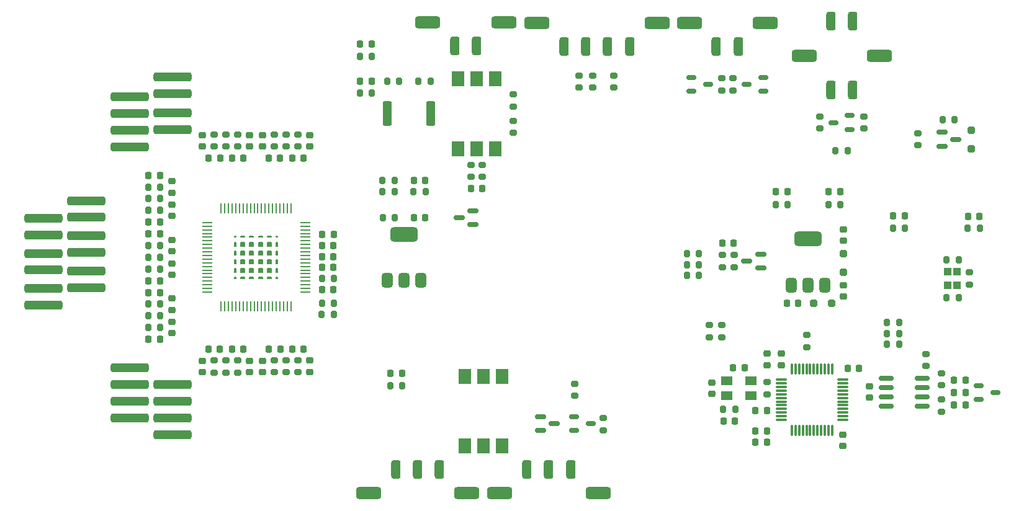
<source format=gbr>
%TF.GenerationSoftware,KiCad,Pcbnew,8.0.1*%
%TF.CreationDate,2024-04-26T19:22:47+02:00*%
%TF.ProjectId,MVBMS_Test_FT24,4d56424d-535f-4546-9573-745f46543234,rev?*%
%TF.SameCoordinates,Original*%
%TF.FileFunction,Paste,Top*%
%TF.FilePolarity,Positive*%
%FSLAX46Y46*%
G04 Gerber Fmt 4.6, Leading zero omitted, Abs format (unit mm)*
G04 Created by KiCad (PCBNEW 8.0.1) date 2024-04-26 19:22:47*
%MOMM*%
%LPD*%
G01*
G04 APERTURE LIST*
G04 Aperture macros list*
%AMRoundRect*
0 Rectangle with rounded corners*
0 $1 Rounding radius*
0 $2 $3 $4 $5 $6 $7 $8 $9 X,Y pos of 4 corners*
0 Add a 4 corners polygon primitive as box body*
4,1,4,$2,$3,$4,$5,$6,$7,$8,$9,$2,$3,0*
0 Add four circle primitives for the rounded corners*
1,1,$1+$1,$2,$3*
1,1,$1+$1,$4,$5*
1,1,$1+$1,$6,$7*
1,1,$1+$1,$8,$9*
0 Add four rect primitives between the rounded corners*
20,1,$1+$1,$2,$3,$4,$5,0*
20,1,$1+$1,$4,$5,$6,$7,0*
20,1,$1+$1,$6,$7,$8,$9,0*
20,1,$1+$1,$8,$9,$2,$3,0*%
G04 Aperture macros list end*
%ADD10C,0.200000*%
%ADD11RoundRect,0.225000X0.225000X0.250000X-0.225000X0.250000X-0.225000X-0.250000X0.225000X-0.250000X0*%
%ADD12RoundRect,0.200000X-0.200000X-0.275000X0.200000X-0.275000X0.200000X0.275000X-0.200000X0.275000X0*%
%ADD13RoundRect,0.200000X0.275000X-0.200000X0.275000X0.200000X-0.275000X0.200000X-0.275000X-0.200000X0*%
%ADD14R,1.780000X2.000000*%
%ADD15RoundRect,0.225000X-0.225000X-0.250000X0.225000X-0.250000X0.225000X0.250000X-0.225000X0.250000X0*%
%ADD16RoundRect,0.225000X-0.250000X0.225000X-0.250000X-0.225000X0.250000X-0.225000X0.250000X0.225000X0*%
%ADD17RoundRect,0.200000X-0.275000X0.200000X-0.275000X-0.200000X0.275000X-0.200000X0.275000X0.200000X0*%
%ADD18RoundRect,0.218750X-0.218750X-0.256250X0.218750X-0.256250X0.218750X0.256250X-0.218750X0.256250X0*%
%ADD19RoundRect,0.225000X0.250000X-0.225000X0.250000X0.225000X-0.250000X0.225000X-0.250000X-0.225000X0*%
%ADD20RoundRect,0.412500X1.302500X0.412500X-1.302500X0.412500X-1.302500X-0.412500X1.302500X-0.412500X0*%
%ADD21RoundRect,0.317500X0.317500X0.952500X-0.317500X0.952500X-0.317500X-0.952500X0.317500X-0.952500X0*%
%ADD22RoundRect,0.150000X-0.512500X-0.150000X0.512500X-0.150000X0.512500X0.150000X-0.512500X0.150000X0*%
%ADD23RoundRect,0.250000X-2.350000X0.325000X-2.350000X-0.325000X2.350000X-0.325000X2.350000X0.325000X0*%
%ADD24RoundRect,0.412500X-1.302500X-0.412500X1.302500X-0.412500X1.302500X0.412500X-1.302500X0.412500X0*%
%ADD25RoundRect,0.317500X-0.317500X-0.952500X0.317500X-0.952500X0.317500X0.952500X-0.317500X0.952500X0*%
%ADD26RoundRect,0.375000X0.375000X-0.625000X0.375000X0.625000X-0.375000X0.625000X-0.375000X-0.625000X0*%
%ADD27RoundRect,0.500000X1.400000X-0.500000X1.400000X0.500000X-1.400000X0.500000X-1.400000X-0.500000X0*%
%ADD28RoundRect,0.250000X-0.362500X-1.425000X0.362500X-1.425000X0.362500X1.425000X-0.362500X1.425000X0*%
%ADD29RoundRect,0.250000X2.350000X-0.325000X2.350000X0.325000X-2.350000X0.325000X-2.350000X-0.325000X0*%
%ADD30RoundRect,0.200000X0.200000X0.275000X-0.200000X0.275000X-0.200000X-0.275000X0.200000X-0.275000X0*%
%ADD31RoundRect,0.075000X-0.662500X-0.075000X0.662500X-0.075000X0.662500X0.075000X-0.662500X0.075000X0*%
%ADD32RoundRect,0.075000X-0.075000X-0.662500X0.075000X-0.662500X0.075000X0.662500X-0.075000X0.662500X0*%
%ADD33RoundRect,0.150000X-0.587500X-0.150000X0.587500X-0.150000X0.587500X0.150000X-0.587500X0.150000X0*%
%ADD34RoundRect,0.412500X1.302500X-0.412500X1.302500X0.412500X-1.302500X0.412500X-1.302500X-0.412500X0*%
%ADD35RoundRect,0.150000X-0.825000X-0.150000X0.825000X-0.150000X0.825000X0.150000X-0.825000X0.150000X0*%
%ADD36RoundRect,0.218750X-0.256250X0.218750X-0.256250X-0.218750X0.256250X-0.218750X0.256250X0.218750X0*%
%ADD37R,1.000000X1.000000*%
%ADD38RoundRect,0.250000X-0.250000X0.250000X-0.250000X-0.250000X0.250000X-0.250000X0.250000X0.250000X0*%
%ADD39RoundRect,0.218750X0.218750X0.256250X-0.218750X0.256250X-0.218750X-0.256250X0.218750X-0.256250X0*%
%ADD40RoundRect,0.150000X0.512500X0.150000X-0.512500X0.150000X-0.512500X-0.150000X0.512500X-0.150000X0*%
%ADD41RoundRect,0.250000X0.250000X-0.250000X0.250000X0.250000X-0.250000X0.250000X-0.250000X-0.250000X0*%
%ADD42O,0.250000X1.500000*%
%ADD43O,1.500000X0.250000*%
%ADD44RoundRect,0.150000X0.587500X0.150000X-0.587500X0.150000X-0.587500X-0.150000X0.587500X-0.150000X0*%
%ADD45R,1.600000X1.300000*%
%ADD46RoundRect,0.250000X0.250000X0.250000X-0.250000X0.250000X-0.250000X-0.250000X0.250000X-0.250000X0*%
G04 APERTURE END LIST*
%TO.C,U4*%
D10*
X163150000Y-152100000D02*
X163000000Y-152100000D01*
X163000000Y-152250000D01*
X163150000Y-152250000D01*
X163150000Y-152100000D01*
G36*
X163150000Y-152100000D02*
G01*
X163000000Y-152100000D01*
X163000000Y-152250000D01*
X163150000Y-152250000D01*
X163150000Y-152100000D01*
G37*
X163150000Y-152950000D02*
X163000000Y-152950000D01*
X163000000Y-153450000D01*
X163150000Y-153450000D01*
X163150000Y-152950000D01*
G36*
X163150000Y-152950000D02*
G01*
X163000000Y-152950000D01*
X163000000Y-153450000D01*
X163150000Y-153450000D01*
X163150000Y-152950000D01*
G37*
X163150000Y-154150000D02*
X163000000Y-154150000D01*
X163000000Y-154650000D01*
X163150000Y-154650000D01*
X163150000Y-154150000D01*
G36*
X163150000Y-154150000D02*
G01*
X163000000Y-154150000D01*
X163000000Y-154650000D01*
X163150000Y-154650000D01*
X163150000Y-154150000D01*
G37*
X163150000Y-155350000D02*
X163000000Y-155350000D01*
X163000000Y-155850000D01*
X163150000Y-155850000D01*
X163150000Y-155350000D01*
G36*
X163150000Y-155350000D02*
G01*
X163000000Y-155350000D01*
X163000000Y-155850000D01*
X163150000Y-155850000D01*
X163150000Y-155350000D01*
G37*
X163150000Y-156550000D02*
X163000000Y-156550000D01*
X163000000Y-157050000D01*
X163150000Y-157050000D01*
X163150000Y-156550000D01*
G36*
X163150000Y-156550000D02*
G01*
X163000000Y-156550000D01*
X163000000Y-157050000D01*
X163150000Y-157050000D01*
X163150000Y-156550000D01*
G37*
X163150000Y-157750000D02*
X163000000Y-157750000D01*
X163000000Y-157900000D01*
X163150000Y-157900000D01*
X163150000Y-157750000D01*
G36*
X163150000Y-157750000D02*
G01*
X163000000Y-157750000D01*
X163000000Y-157900000D01*
X163150000Y-157900000D01*
X163150000Y-157750000D01*
G37*
X163850000Y-152100000D02*
X164350000Y-152100000D01*
X164350000Y-152250000D01*
X163850000Y-152250000D01*
X163850000Y-152100000D01*
G36*
X163850000Y-152100000D02*
G01*
X164350000Y-152100000D01*
X164350000Y-152250000D01*
X163850000Y-152250000D01*
X163850000Y-152100000D01*
G37*
X163850000Y-157750000D02*
X164350000Y-157750000D01*
X164350000Y-157900000D01*
X163850000Y-157900000D01*
X163850000Y-157750000D01*
G36*
X163850000Y-157750000D02*
G01*
X164350000Y-157750000D01*
X164350000Y-157900000D01*
X163850000Y-157900000D01*
X163850000Y-157750000D01*
G37*
X164350000Y-152950000D02*
X163850000Y-152950000D01*
X163850000Y-153450000D01*
X164350000Y-153450000D01*
X164350000Y-152950000D01*
G36*
X164350000Y-152950000D02*
G01*
X163850000Y-152950000D01*
X163850000Y-153450000D01*
X164350000Y-153450000D01*
X164350000Y-152950000D01*
G37*
X164350000Y-154150000D02*
X163850000Y-154150000D01*
X163850000Y-154650000D01*
X164350000Y-154650000D01*
X164350000Y-154150000D01*
G36*
X164350000Y-154150000D02*
G01*
X163850000Y-154150000D01*
X163850000Y-154650000D01*
X164350000Y-154650000D01*
X164350000Y-154150000D01*
G37*
X164350000Y-155350000D02*
X163850000Y-155350000D01*
X163850000Y-155850000D01*
X164350000Y-155850000D01*
X164350000Y-155350000D01*
G36*
X164350000Y-155350000D02*
G01*
X163850000Y-155350000D01*
X163850000Y-155850000D01*
X164350000Y-155850000D01*
X164350000Y-155350000D01*
G37*
X164350000Y-156550000D02*
X163850000Y-156550000D01*
X163850000Y-157050000D01*
X164350000Y-157050000D01*
X164350000Y-156550000D01*
G36*
X164350000Y-156550000D02*
G01*
X163850000Y-156550000D01*
X163850000Y-157050000D01*
X164350000Y-157050000D01*
X164350000Y-156550000D01*
G37*
X165050000Y-152100000D02*
X165550000Y-152100000D01*
X165550000Y-152250000D01*
X165050000Y-152250000D01*
X165050000Y-152100000D01*
G36*
X165050000Y-152100000D02*
G01*
X165550000Y-152100000D01*
X165550000Y-152250000D01*
X165050000Y-152250000D01*
X165050000Y-152100000D01*
G37*
X165050000Y-157750000D02*
X165550000Y-157750000D01*
X165550000Y-157900000D01*
X165050000Y-157900000D01*
X165050000Y-157750000D01*
G36*
X165050000Y-157750000D02*
G01*
X165550000Y-157750000D01*
X165550000Y-157900000D01*
X165050000Y-157900000D01*
X165050000Y-157750000D01*
G37*
X165550000Y-152950000D02*
X165050000Y-152950000D01*
X165050000Y-153450000D01*
X165550000Y-153450000D01*
X165550000Y-152950000D01*
G36*
X165550000Y-152950000D02*
G01*
X165050000Y-152950000D01*
X165050000Y-153450000D01*
X165550000Y-153450000D01*
X165550000Y-152950000D01*
G37*
X165550000Y-154150000D02*
X165050000Y-154150000D01*
X165050000Y-154650000D01*
X165550000Y-154650000D01*
X165550000Y-154150000D01*
G36*
X165550000Y-154150000D02*
G01*
X165050000Y-154150000D01*
X165050000Y-154650000D01*
X165550000Y-154650000D01*
X165550000Y-154150000D01*
G37*
X165550000Y-155350000D02*
X165050000Y-155350000D01*
X165050000Y-155850000D01*
X165550000Y-155850000D01*
X165550000Y-155350000D01*
G36*
X165550000Y-155350000D02*
G01*
X165050000Y-155350000D01*
X165050000Y-155850000D01*
X165550000Y-155850000D01*
X165550000Y-155350000D01*
G37*
X165550000Y-156550000D02*
X165050000Y-156550000D01*
X165050000Y-157050000D01*
X165550000Y-157050000D01*
X165550000Y-156550000D01*
G36*
X165550000Y-156550000D02*
G01*
X165050000Y-156550000D01*
X165050000Y-157050000D01*
X165550000Y-157050000D01*
X165550000Y-156550000D01*
G37*
X166250000Y-152100000D02*
X166750000Y-152100000D01*
X166750000Y-152250000D01*
X166250000Y-152250000D01*
X166250000Y-152100000D01*
G36*
X166250000Y-152100000D02*
G01*
X166750000Y-152100000D01*
X166750000Y-152250000D01*
X166250000Y-152250000D01*
X166250000Y-152100000D01*
G37*
X166250000Y-157750000D02*
X166750000Y-157750000D01*
X166750000Y-157900000D01*
X166250000Y-157900000D01*
X166250000Y-157750000D01*
G36*
X166250000Y-157750000D02*
G01*
X166750000Y-157750000D01*
X166750000Y-157900000D01*
X166250000Y-157900000D01*
X166250000Y-157750000D01*
G37*
X166750000Y-152950000D02*
X166250000Y-152950000D01*
X166250000Y-153450000D01*
X166750000Y-153450000D01*
X166750000Y-152950000D01*
G36*
X166750000Y-152950000D02*
G01*
X166250000Y-152950000D01*
X166250000Y-153450000D01*
X166750000Y-153450000D01*
X166750000Y-152950000D01*
G37*
X166750000Y-154150000D02*
X166250000Y-154150000D01*
X166250000Y-154650000D01*
X166750000Y-154650000D01*
X166750000Y-154150000D01*
G36*
X166750000Y-154150000D02*
G01*
X166250000Y-154150000D01*
X166250000Y-154650000D01*
X166750000Y-154650000D01*
X166750000Y-154150000D01*
G37*
X166750000Y-155350000D02*
X166250000Y-155350000D01*
X166250000Y-155850000D01*
X166750000Y-155850000D01*
X166750000Y-155350000D01*
G36*
X166750000Y-155350000D02*
G01*
X166250000Y-155350000D01*
X166250000Y-155850000D01*
X166750000Y-155850000D01*
X166750000Y-155350000D01*
G37*
X166750000Y-156550000D02*
X166250000Y-156550000D01*
X166250000Y-157050000D01*
X166750000Y-157050000D01*
X166750000Y-156550000D01*
G36*
X166750000Y-156550000D02*
G01*
X166250000Y-156550000D01*
X166250000Y-157050000D01*
X166750000Y-157050000D01*
X166750000Y-156550000D01*
G37*
X167450000Y-152100000D02*
X167950000Y-152100000D01*
X167950000Y-152250000D01*
X167450000Y-152250000D01*
X167450000Y-152100000D01*
G36*
X167450000Y-152100000D02*
G01*
X167950000Y-152100000D01*
X167950000Y-152250000D01*
X167450000Y-152250000D01*
X167450000Y-152100000D01*
G37*
X167450000Y-157750000D02*
X167950000Y-157750000D01*
X167950000Y-157900000D01*
X167450000Y-157900000D01*
X167450000Y-157750000D01*
G36*
X167450000Y-157750000D02*
G01*
X167950000Y-157750000D01*
X167950000Y-157900000D01*
X167450000Y-157900000D01*
X167450000Y-157750000D01*
G37*
X167950000Y-152950000D02*
X167450000Y-152950000D01*
X167450000Y-153450000D01*
X167950000Y-153450000D01*
X167950000Y-152950000D01*
G36*
X167950000Y-152950000D02*
G01*
X167450000Y-152950000D01*
X167450000Y-153450000D01*
X167950000Y-153450000D01*
X167950000Y-152950000D01*
G37*
X167950000Y-154150000D02*
X167450000Y-154150000D01*
X167450000Y-154650000D01*
X167950000Y-154650000D01*
X167950000Y-154150000D01*
G36*
X167950000Y-154150000D02*
G01*
X167450000Y-154150000D01*
X167450000Y-154650000D01*
X167950000Y-154650000D01*
X167950000Y-154150000D01*
G37*
X167950000Y-155350000D02*
X167450000Y-155350000D01*
X167450000Y-155850000D01*
X167950000Y-155850000D01*
X167950000Y-155350000D01*
G36*
X167950000Y-155350000D02*
G01*
X167450000Y-155350000D01*
X167450000Y-155850000D01*
X167950000Y-155850000D01*
X167950000Y-155350000D01*
G37*
X167950000Y-156550000D02*
X167450000Y-156550000D01*
X167450000Y-157050000D01*
X167950000Y-157050000D01*
X167950000Y-156550000D01*
G36*
X167950000Y-156550000D02*
G01*
X167450000Y-156550000D01*
X167450000Y-157050000D01*
X167950000Y-157050000D01*
X167950000Y-156550000D01*
G37*
X168800000Y-152100000D02*
X168650000Y-152100000D01*
X168650000Y-152250000D01*
X168800000Y-152250000D01*
X168800000Y-152100000D01*
G36*
X168800000Y-152100000D02*
G01*
X168650000Y-152100000D01*
X168650000Y-152250000D01*
X168800000Y-152250000D01*
X168800000Y-152100000D01*
G37*
X168800000Y-152950000D02*
X168650000Y-152950000D01*
X168650000Y-153450000D01*
X168800000Y-153450000D01*
X168800000Y-152950000D01*
G36*
X168800000Y-152950000D02*
G01*
X168650000Y-152950000D01*
X168650000Y-153450000D01*
X168800000Y-153450000D01*
X168800000Y-152950000D01*
G37*
X168800000Y-154150000D02*
X168650000Y-154150000D01*
X168650000Y-154650000D01*
X168800000Y-154650000D01*
X168800000Y-154150000D01*
G36*
X168800000Y-154150000D02*
G01*
X168650000Y-154150000D01*
X168650000Y-154650000D01*
X168800000Y-154650000D01*
X168800000Y-154150000D01*
G37*
X168800000Y-155350000D02*
X168650000Y-155350000D01*
X168650000Y-155850000D01*
X168800000Y-155850000D01*
X168800000Y-155350000D01*
G36*
X168800000Y-155350000D02*
G01*
X168650000Y-155350000D01*
X168650000Y-155850000D01*
X168800000Y-155850000D01*
X168800000Y-155350000D01*
G37*
X168800000Y-156550000D02*
X168650000Y-156550000D01*
X168650000Y-157050000D01*
X168800000Y-157050000D01*
X168800000Y-156550000D01*
G36*
X168800000Y-156550000D02*
G01*
X168650000Y-156550000D01*
X168650000Y-157050000D01*
X168800000Y-157050000D01*
X168800000Y-156550000D01*
G37*
X168800000Y-157750000D02*
X168650000Y-157750000D01*
X168650000Y-157900000D01*
X168800000Y-157900000D01*
X168800000Y-157750000D01*
G36*
X168800000Y-157750000D02*
G01*
X168650000Y-157750000D01*
X168650000Y-157900000D01*
X168800000Y-157900000D01*
X168800000Y-157750000D01*
G37*
%TD*%
D11*
%TO.C,C41*%
X152775000Y-143800000D03*
X151225000Y-143800000D03*
%TD*%
%TO.C,C22*%
X169200000Y-167500000D03*
X167650000Y-167500000D03*
%TD*%
D12*
%TO.C,R203*%
X252000000Y-166900000D03*
X253650000Y-166900000D03*
%TD*%
D13*
%TO.C,R6*%
X241000000Y-167273097D03*
X241000000Y-165623097D03*
%TD*%
%TO.C,R37*%
X170000000Y-170700000D03*
X170000000Y-169050000D03*
%TD*%
D12*
%TO.C,R48*%
X151175000Y-164600000D03*
X152825000Y-164600000D03*
%TD*%
%TO.C,R9*%
X243975000Y-147850000D03*
X245625000Y-147850000D03*
%TD*%
D14*
%TO.C,U5*%
X199440000Y-171235000D03*
X196900000Y-171235000D03*
X194360000Y-171235000D03*
X194360000Y-180765000D03*
X196900000Y-180765000D03*
X199440000Y-180765000D03*
%TD*%
D15*
%TO.C,C19*%
X174925000Y-159400000D03*
X176475000Y-159400000D03*
%TD*%
D16*
%TO.C,C6*%
X245960000Y-179218098D03*
X245960000Y-180768098D03*
%TD*%
D15*
%TO.C,C17*%
X187425000Y-149600000D03*
X188975000Y-149600000D03*
%TD*%
D11*
%TO.C,C15*%
X262675000Y-175148097D03*
X261125000Y-175148097D03*
%TD*%
D17*
%TO.C,R32*%
X256200000Y-138062500D03*
X256200000Y-139712500D03*
%TD*%
D11*
%TO.C,C3*%
X235600000Y-180213098D03*
X234050000Y-180213098D03*
%TD*%
D13*
%TO.C,R71*%
X196800000Y-144025000D03*
X196800000Y-142375000D03*
%TD*%
D18*
%TO.C,D18*%
X180112500Y-131000000D03*
X181687500Y-131000000D03*
%TD*%
D13*
%TO.C,R1*%
X263200000Y-158720000D03*
X263200000Y-157070000D03*
%TD*%
D17*
%TO.C,R62*%
X161800000Y-138237500D03*
X161800000Y-139887500D03*
%TD*%
%TO.C,R82*%
X209400000Y-172275000D03*
X209400000Y-173925000D03*
%TD*%
D12*
%TO.C,R52*%
X151175000Y-155000000D03*
X152825000Y-155000000D03*
%TD*%
D19*
%TO.C,C31*%
X154400000Y-165375000D03*
X154400000Y-163825000D03*
%TD*%
D13*
%TO.C,R36*%
X168400000Y-170700000D03*
X168400000Y-169050000D03*
%TD*%
D20*
%TO.C,J10*%
X199695000Y-122950000D03*
X189295000Y-122950000D03*
D21*
X195995000Y-126150000D03*
X192995000Y-126150000D03*
%TD*%
D20*
%TO.C,J5*%
X220600000Y-123000000D03*
X204200000Y-123000000D03*
D21*
X207900000Y-126200000D03*
X210900000Y-126200000D03*
X213900000Y-126200000D03*
X216900000Y-126200000D03*
%TD*%
D18*
%TO.C,D14*%
X252812500Y-149300000D03*
X254387500Y-149300000D03*
%TD*%
D22*
%TO.C,D6*%
X264462500Y-172500597D03*
X264462500Y-174400597D03*
X266737500Y-173450597D03*
%TD*%
D11*
%TO.C,C23*%
X172375000Y-167500000D03*
X170825000Y-167500000D03*
%TD*%
D23*
%TO.C,R65*%
X148700000Y-137675000D03*
X148700000Y-139925000D03*
%TD*%
D19*
%TO.C,C39*%
X154400000Y-149375000D03*
X154400000Y-147825000D03*
%TD*%
D17*
%TO.C,R19*%
X229500000Y-154675000D03*
X229500000Y-156325000D03*
%TD*%
D24*
%TO.C,J8*%
X181250000Y-187150000D03*
X194650000Y-187150000D03*
D25*
X184950000Y-183950000D03*
X187950000Y-183950000D03*
X190950000Y-183950000D03*
%TD*%
D16*
%TO.C,C25*%
X166800000Y-169125000D03*
X166800000Y-170675000D03*
%TD*%
D15*
%TO.C,C42*%
X162625000Y-141500000D03*
X164175000Y-141500000D03*
%TD*%
D12*
%TO.C,R3*%
X260110000Y-160520000D03*
X261760000Y-160520000D03*
%TD*%
D15*
%TO.C,C7*%
X246585000Y-170193098D03*
X248135000Y-170193098D03*
%TD*%
D19*
%TO.C,C13*%
X249630000Y-174183097D03*
X249630000Y-172633097D03*
%TD*%
D17*
%TO.C,R66*%
X171600000Y-138237500D03*
X171600000Y-139887500D03*
%TD*%
D16*
%TO.C,C24*%
X173200000Y-169100000D03*
X173200000Y-170650000D03*
%TD*%
D26*
%TO.C,U2*%
X238900000Y-158800000D03*
X241200000Y-158800000D03*
D27*
X241200000Y-152500000D03*
D26*
X243500000Y-158800000D03*
%TD*%
D28*
%TO.C,R31*%
X183837500Y-135400000D03*
X189762500Y-135400000D03*
%TD*%
D12*
%TO.C,R8*%
X236775000Y-147850000D03*
X238425000Y-147850000D03*
%TD*%
D29*
%TO.C,R64*%
X154500000Y-137550000D03*
X154500000Y-135300000D03*
%TD*%
D23*
%TO.C,R40*%
X154500000Y-176975000D03*
X154500000Y-179225000D03*
%TD*%
D13*
%TO.C,R43*%
X163400000Y-170725000D03*
X163400000Y-169075000D03*
%TD*%
D16*
%TO.C,C28*%
X165000000Y-169125000D03*
X165000000Y-170675000D03*
%TD*%
D30*
%TO.C,R17*%
X176525000Y-161238604D03*
X174875000Y-161238604D03*
%TD*%
D17*
%TO.C,R67*%
X170012500Y-138237500D03*
X170012500Y-139887500D03*
%TD*%
D30*
%TO.C,R80*%
X185875000Y-172550000D03*
X184225000Y-172550000D03*
%TD*%
D15*
%TO.C,C47*%
X167625000Y-141462500D03*
X169175000Y-141462500D03*
%TD*%
D13*
%TO.C,R41*%
X160200000Y-170725000D03*
X160200000Y-169075000D03*
%TD*%
D16*
%TO.C,C2*%
X228105000Y-172123098D03*
X228105000Y-173673098D03*
%TD*%
D13*
%TO.C,R29*%
X195200000Y-144025000D03*
X195200000Y-142375000D03*
%TD*%
D23*
%TO.C,R60*%
X136900000Y-149675000D03*
X136900000Y-151925000D03*
%TD*%
D12*
%TO.C,R35*%
X252775000Y-151000000D03*
X254425000Y-151000000D03*
%TD*%
D31*
%TO.C,U7*%
X237587500Y-171700000D03*
X237587500Y-172200000D03*
X237587500Y-172700000D03*
X237587500Y-173200000D03*
X237587500Y-173700000D03*
X237587500Y-174200000D03*
X237587500Y-174700000D03*
X237587500Y-175200000D03*
X237587500Y-175700000D03*
X237587500Y-176200000D03*
X237587500Y-176700000D03*
X237587500Y-177200000D03*
D32*
X239000000Y-178612500D03*
X239500000Y-178612500D03*
X240000000Y-178612500D03*
X240500000Y-178612500D03*
X241000000Y-178612500D03*
X241500000Y-178612500D03*
X242000000Y-178612500D03*
X242500000Y-178612500D03*
X243000000Y-178612500D03*
X243500000Y-178612500D03*
X244000000Y-178612500D03*
X244500000Y-178612500D03*
D31*
X245912500Y-177200000D03*
X245912500Y-176700000D03*
X245912500Y-176200000D03*
X245912500Y-175700000D03*
X245912500Y-175200000D03*
X245912500Y-174700000D03*
X245912500Y-174200000D03*
X245912500Y-173700000D03*
X245912500Y-173200000D03*
X245912500Y-172700000D03*
X245912500Y-172200000D03*
X245912500Y-171700000D03*
D32*
X244500000Y-170287500D03*
X244000000Y-170287500D03*
X243500000Y-170287500D03*
X243000000Y-170287500D03*
X242500000Y-170287500D03*
X242000000Y-170287500D03*
X241500000Y-170287500D03*
X241000000Y-170287500D03*
X240500000Y-170287500D03*
X240000000Y-170287500D03*
X239500000Y-170287500D03*
X239000000Y-170287500D03*
%TD*%
D11*
%TO.C,C9*%
X235600000Y-175948097D03*
X234050000Y-175948097D03*
%TD*%
D33*
%TO.C,Q2*%
X259462500Y-137937500D03*
X259462500Y-139837500D03*
X261337500Y-138887500D03*
%TD*%
D22*
%TO.C,D9*%
X225262500Y-130450000D03*
X225262500Y-132350000D03*
X227537500Y-131400000D03*
%TD*%
D13*
%TO.C,R5*%
X235610000Y-173718098D03*
X235610000Y-172068098D03*
%TD*%
D34*
%TO.C,J9*%
X240667500Y-127487500D03*
X250937500Y-127487500D03*
D25*
X247302500Y-132187500D03*
X247302500Y-122787500D03*
X244302500Y-132187500D03*
X244302500Y-122787500D03*
%TD*%
D12*
%TO.C,R47*%
X151175000Y-163000000D03*
X152825000Y-163000000D03*
%TD*%
D17*
%TO.C,R12*%
X259400000Y-174423097D03*
X259400000Y-176073097D03*
%TD*%
D15*
%TO.C,C1*%
X230985000Y-170093098D03*
X232535000Y-170093098D03*
%TD*%
D20*
%TO.C,J6*%
X235400000Y-123000000D03*
X225000000Y-123000000D03*
D21*
X231700000Y-126200000D03*
X228700000Y-126200000D03*
%TD*%
D13*
%TO.C,R10*%
X257300000Y-169825000D03*
X257300000Y-168175000D03*
%TD*%
D12*
%TO.C,R18*%
X187375000Y-146025000D03*
X189025000Y-146025000D03*
%TD*%
D15*
%TO.C,C14*%
X261125000Y-171800000D03*
X262675000Y-171800000D03*
%TD*%
D13*
%TO.C,R81*%
X213305000Y-178610000D03*
X213305000Y-176960000D03*
%TD*%
D12*
%TO.C,R34*%
X188075000Y-131000000D03*
X189725000Y-131000000D03*
%TD*%
D17*
%TO.C,R76*%
X227762653Y-164275000D03*
X227762653Y-165925000D03*
%TD*%
D30*
%TO.C,R15*%
X184800000Y-144500000D03*
X183150000Y-144500000D03*
%TD*%
D17*
%TO.C,R68*%
X168412500Y-138237500D03*
X168412500Y-139887500D03*
%TD*%
D19*
%TO.C,C45*%
X165000000Y-139837500D03*
X165000000Y-138287500D03*
%TD*%
D12*
%TO.C,R51*%
X151175000Y-153400000D03*
X152825000Y-153400000D03*
%TD*%
D30*
%TO.C,R30*%
X261225000Y-136187500D03*
X259575000Y-136187500D03*
%TD*%
D11*
%TO.C,C26*%
X160975000Y-167525000D03*
X159425000Y-167525000D03*
%TD*%
D35*
%TO.C,U3*%
X251855000Y-171478097D03*
X251855000Y-172748097D03*
X251855000Y-174018097D03*
X251855000Y-175288097D03*
X256805000Y-175288097D03*
X256805000Y-174018097D03*
X256805000Y-172748097D03*
X256805000Y-171478097D03*
%TD*%
D17*
%TO.C,R74*%
X201000000Y-136375000D03*
X201000000Y-138025000D03*
%TD*%
%TO.C,R11*%
X259400000Y-170823097D03*
X259400000Y-172473097D03*
%TD*%
D18*
%TO.C,D16*%
X263012500Y-149400000D03*
X264587500Y-149400000D03*
%TD*%
D13*
%TO.C,R42*%
X161810000Y-170725000D03*
X161810000Y-169075000D03*
%TD*%
D17*
%TO.C,R63*%
X160200000Y-138237500D03*
X160200000Y-139887500D03*
%TD*%
D11*
%TO.C,C40*%
X152775000Y-150200000D03*
X151225000Y-150200000D03*
%TD*%
D18*
%TO.C,D19*%
X184262500Y-170850000D03*
X185837500Y-170850000D03*
%TD*%
D17*
%TO.C,R73*%
X201000000Y-132775000D03*
X201000000Y-134425000D03*
%TD*%
D30*
%TO.C,R79*%
X181725000Y-132600000D03*
X180075000Y-132600000D03*
%TD*%
D17*
%TO.C,R75*%
X229400000Y-164275000D03*
X229400000Y-165925000D03*
%TD*%
D30*
%TO.C,R205*%
X226325000Y-156000000D03*
X224675000Y-156000000D03*
%TD*%
D36*
%TO.C,F1*%
X246000000Y-151187500D03*
X246000000Y-152762500D03*
%TD*%
D19*
%TO.C,C30*%
X154400000Y-162175000D03*
X154400000Y-160625000D03*
%TD*%
D37*
%TO.C,D1*%
X260275000Y-156975000D03*
X261525000Y-156975000D03*
X261525000Y-158825000D03*
X260275000Y-158825000D03*
%TD*%
D17*
%TO.C,R24*%
X211800000Y-130175000D03*
X211800000Y-131825000D03*
%TD*%
D12*
%TO.C,R202*%
X252000000Y-165400000D03*
X253650000Y-165400000D03*
%TD*%
D29*
%TO.C,R69*%
X154500000Y-132625000D03*
X154500000Y-130375000D03*
%TD*%
D30*
%TO.C,R2*%
X261760000Y-155320000D03*
X260110000Y-155320000D03*
%TD*%
D22*
%TO.C,D20*%
X209262500Y-176750000D03*
X209262500Y-178650000D03*
X211537500Y-177700000D03*
%TD*%
D12*
%TO.C,R53*%
X151175000Y-156600000D03*
X152825000Y-156600000D03*
%TD*%
D19*
%TO.C,C8*%
X237562653Y-169723097D03*
X237562653Y-168173097D03*
%TD*%
D18*
%TO.C,D8*%
X229512500Y-153100000D03*
X231087500Y-153100000D03*
%TD*%
D38*
%TO.C,D15*%
X263487500Y-137650000D03*
X263487500Y-140150000D03*
%TD*%
D39*
%TO.C,FB1*%
X176487500Y-151900000D03*
X174912500Y-151900000D03*
%TD*%
D17*
%TO.C,R23*%
X231000000Y-130575000D03*
X231000000Y-132225000D03*
%TD*%
D24*
%TO.C,J7*%
X199150000Y-187150000D03*
X212550000Y-187150000D03*
D25*
X202850000Y-183950000D03*
X205850000Y-183950000D03*
X208850000Y-183950000D03*
%TD*%
D11*
%TO.C,C20*%
X176475000Y-154900000D03*
X174925000Y-154900000D03*
%TD*%
D40*
%TO.C,D10*%
X235137500Y-132350000D03*
X235137500Y-130450000D03*
X232862500Y-131400000D03*
%TD*%
D18*
%TO.C,D17*%
X180112500Y-125920000D03*
X181687500Y-125920000D03*
%TD*%
%TO.C,D12*%
X195212500Y-145600000D03*
X196787500Y-145600000D03*
%TD*%
D13*
%TO.C,R38*%
X171600000Y-170700000D03*
X171600000Y-169050000D03*
%TD*%
D12*
%TO.C,R56*%
X151175000Y-145400000D03*
X152825000Y-145400000D03*
%TD*%
D18*
%TO.C,D5*%
X244012500Y-146050000D03*
X245587500Y-146050000D03*
%TD*%
D12*
%TO.C,R58*%
X151175000Y-148600000D03*
X152825000Y-148600000D03*
%TD*%
D19*
%TO.C,C48*%
X166812500Y-139837500D03*
X166812500Y-138287500D03*
%TD*%
D30*
%TO.C,R204*%
X226325000Y-154500000D03*
X224675000Y-154500000D03*
%TD*%
D29*
%TO.C,R54*%
X142700000Y-154325000D03*
X142700000Y-152075000D03*
%TD*%
D11*
%TO.C,C21*%
X176475000Y-153400000D03*
X174925000Y-153400000D03*
%TD*%
D41*
%TO.C,D2*%
X246000000Y-157025000D03*
X246000000Y-154525000D03*
%TD*%
D11*
%TO.C,C27*%
X164175000Y-167525000D03*
X162625000Y-167525000D03*
%TD*%
D13*
%TO.C,R28*%
X242802500Y-137425000D03*
X242802500Y-135775000D03*
%TD*%
D19*
%TO.C,C38*%
X154400000Y-146175000D03*
X154400000Y-144625000D03*
%TD*%
D15*
%TO.C,C12*%
X238312500Y-161275000D03*
X239862500Y-161275000D03*
%TD*%
D23*
%TO.C,R50*%
X136900000Y-159275000D03*
X136900000Y-161525000D03*
%TD*%
D30*
%TO.C,R7*%
X176487500Y-162838604D03*
X174837500Y-162838604D03*
%TD*%
D19*
%TO.C,C11*%
X246000000Y-160350000D03*
X246000000Y-158800000D03*
%TD*%
D13*
%TO.C,R25*%
X210000000Y-131825000D03*
X210000000Y-130175000D03*
%TD*%
D30*
%TO.C,R16*%
X176525000Y-157900000D03*
X174875000Y-157900000D03*
%TD*%
D19*
%TO.C,C35*%
X154400000Y-157375000D03*
X154400000Y-155825000D03*
%TD*%
D42*
%TO.C,U4*%
X170650000Y-148312500D03*
X170150000Y-148312500D03*
X169650000Y-148312500D03*
X169150000Y-148312500D03*
X168650000Y-148312500D03*
X168150000Y-148312500D03*
X167650000Y-148312500D03*
X167150000Y-148312500D03*
X166650000Y-148312500D03*
X166150000Y-148312500D03*
X165650000Y-148312500D03*
X165150000Y-148312500D03*
X164650000Y-148312500D03*
X164150000Y-148312500D03*
X163650000Y-148312500D03*
X163150000Y-148312500D03*
X162650000Y-148312500D03*
X162150000Y-148312500D03*
X161650000Y-148312500D03*
X161150000Y-148312500D03*
D43*
X159212500Y-150250000D03*
X159212500Y-150750000D03*
X159212500Y-151250000D03*
X159212500Y-151750000D03*
X159212500Y-152250000D03*
X159212500Y-152750000D03*
X159212500Y-153250000D03*
X159212500Y-153750000D03*
X159212500Y-154250000D03*
X159212500Y-154750000D03*
X159212500Y-155250000D03*
X159212500Y-155750000D03*
X159212500Y-156250000D03*
X159212500Y-156750000D03*
X159212500Y-157250000D03*
X159212500Y-157750000D03*
X159212500Y-158250000D03*
X159212500Y-158750000D03*
X159212500Y-159250000D03*
X159212500Y-159750000D03*
D42*
X161150000Y-161687500D03*
X161650000Y-161687500D03*
X162150000Y-161687500D03*
X162650000Y-161687500D03*
X163150000Y-161687500D03*
X163650000Y-161687500D03*
X164150000Y-161687500D03*
X164650000Y-161687500D03*
X165150000Y-161687500D03*
X165650000Y-161687500D03*
X166150000Y-161687500D03*
X166650000Y-161687500D03*
X167150000Y-161687500D03*
X167650000Y-161687500D03*
X168150000Y-161687500D03*
X168650000Y-161687500D03*
X169150000Y-161687500D03*
X169650000Y-161687500D03*
X170150000Y-161687500D03*
X170650000Y-161687500D03*
D43*
X172587500Y-159750000D03*
X172587500Y-159250000D03*
X172587500Y-158750000D03*
X172587500Y-158250000D03*
X172587500Y-157750000D03*
X172587500Y-157250000D03*
X172587500Y-156750000D03*
X172587500Y-156250000D03*
X172587500Y-155750000D03*
X172587500Y-155250000D03*
X172587500Y-154750000D03*
X172587500Y-154250000D03*
X172587500Y-153750000D03*
X172587500Y-153250000D03*
X172587500Y-152750000D03*
X172587500Y-152250000D03*
X172587500Y-151750000D03*
X172587500Y-151250000D03*
X172587500Y-150750000D03*
X172587500Y-150250000D03*
%TD*%
D40*
%TO.C,D13*%
X246921250Y-137543750D03*
X246921250Y-135643750D03*
X244646250Y-136593750D03*
%TD*%
D26*
%TO.C,Q1*%
X183800000Y-158150000D03*
X186100000Y-158150000D03*
D27*
X186100000Y-151850000D03*
D26*
X188400000Y-158150000D03*
%TD*%
D11*
%TO.C,C37*%
X152775000Y-151800000D03*
X151225000Y-151800000D03*
%TD*%
D30*
%TO.C,R206*%
X226325000Y-157500000D03*
X224675000Y-157500000D03*
%TD*%
D44*
%TO.C,Q4*%
X195500000Y-150550000D03*
X195500000Y-148650000D03*
X193625000Y-149600000D03*
%TD*%
D18*
%TO.C,D7*%
X187412500Y-144525000D03*
X188987500Y-144525000D03*
%TD*%
D15*
%TO.C,C16*%
X261125000Y-173500000D03*
X262675000Y-173500000D03*
%TD*%
D17*
%TO.C,R61*%
X163400000Y-138237500D03*
X163400000Y-139887500D03*
%TD*%
D11*
%TO.C,C36*%
X152775000Y-158200000D03*
X151225000Y-158200000D03*
%TD*%
D30*
%TO.C,R13*%
X184825000Y-149600000D03*
X183175000Y-149600000D03*
%TD*%
%TO.C,R78*%
X181700000Y-127600000D03*
X180050000Y-127600000D03*
%TD*%
D29*
%TO.C,R59*%
X142700000Y-149525000D03*
X142700000Y-147275000D03*
%TD*%
%TO.C,R49*%
X142700000Y-159125000D03*
X142700000Y-156875000D03*
%TD*%
D12*
%TO.C,R57*%
X151175000Y-147000000D03*
X152825000Y-147000000D03*
%TD*%
D19*
%TO.C,C44*%
X158600000Y-139837500D03*
X158600000Y-138287500D03*
%TD*%
D17*
%TO.C,R26*%
X248802500Y-135768750D03*
X248802500Y-137418750D03*
%TD*%
D12*
%TO.C,R14*%
X183150000Y-146000000D03*
X184800000Y-146000000D03*
%TD*%
D16*
%TO.C,C29*%
X158600000Y-169125000D03*
X158600000Y-170675000D03*
%TD*%
D12*
%TO.C,R27*%
X244975000Y-140437500D03*
X246625000Y-140437500D03*
%TD*%
D19*
%TO.C,C49*%
X173200000Y-139837500D03*
X173200000Y-138287500D03*
%TD*%
D23*
%TO.C,R45*%
X154500000Y-172375000D03*
X154500000Y-174625000D03*
%TD*%
D12*
%TO.C,R77*%
X262975000Y-151000000D03*
X264625000Y-151000000D03*
%TD*%
D23*
%TO.C,R70*%
X148700000Y-133075000D03*
X148700000Y-135325000D03*
%TD*%
D45*
%TO.C,WE-1*%
X230155000Y-173898098D03*
X233455000Y-173898098D03*
X233455000Y-171898098D03*
X230155000Y-171898098D03*
%TD*%
D11*
%TO.C,C18*%
X176475000Y-156400000D03*
X174925000Y-156400000D03*
%TD*%
D33*
%TO.C,Q5*%
X204707500Y-176730000D03*
X204707500Y-178630000D03*
X206582500Y-177680000D03*
%TD*%
D11*
%TO.C,C33*%
X152775000Y-159800000D03*
X151225000Y-159800000D03*
%TD*%
D17*
%TO.C,R72*%
X231100000Y-154675000D03*
X231100000Y-156325000D03*
%TD*%
D29*
%TO.C,R39*%
X148700000Y-176925000D03*
X148700000Y-174675000D03*
%TD*%
D12*
%TO.C,R33*%
X183775000Y-131000000D03*
X185425000Y-131000000D03*
%TD*%
%TO.C,R46*%
X151175000Y-161400000D03*
X152825000Y-161400000D03*
%TD*%
D14*
%TO.C,U6*%
X193420000Y-140165000D03*
X195960000Y-140165000D03*
X198500000Y-140165000D03*
X198500000Y-130635000D03*
X195960000Y-130635000D03*
X193420000Y-130635000D03*
%TD*%
D13*
%TO.C,R20*%
X214700000Y-131825000D03*
X214700000Y-130175000D03*
%TD*%
D11*
%TO.C,C32*%
X152775000Y-166200000D03*
X151225000Y-166200000D03*
%TD*%
D46*
%TO.C,D3*%
X244450000Y-161275000D03*
X241950000Y-161275000D03*
%TD*%
D19*
%TO.C,C4*%
X235605000Y-169723097D03*
X235605000Y-168173097D03*
%TD*%
D17*
%TO.C,R21*%
X229437500Y-130575000D03*
X229437500Y-132225000D03*
%TD*%
D12*
%TO.C,R201*%
X251975000Y-163900000D03*
X253625000Y-163900000D03*
%TD*%
D15*
%TO.C,C43*%
X159437500Y-141500000D03*
X160987500Y-141500000D03*
%TD*%
D30*
%TO.C,R4*%
X231287653Y-175743098D03*
X229637653Y-175743098D03*
%TD*%
D11*
%TO.C,C5*%
X231237653Y-177348097D03*
X229687653Y-177348097D03*
%TD*%
D15*
%TO.C,C46*%
X170837500Y-141462500D03*
X172387500Y-141462500D03*
%TD*%
D23*
%TO.C,R55*%
X136900000Y-154475000D03*
X136900000Y-156725000D03*
%TD*%
D44*
%TO.C,Q3*%
X234737500Y-156450000D03*
X234737500Y-154550000D03*
X232862500Y-155500000D03*
%TD*%
D29*
%TO.C,R44*%
X148700000Y-172325000D03*
X148700000Y-170075000D03*
%TD*%
D18*
%TO.C,D4*%
X236812500Y-146031250D03*
X238387500Y-146031250D03*
%TD*%
D11*
%TO.C,C10*%
X235600000Y-178713098D03*
X234050000Y-178713098D03*
%TD*%
D19*
%TO.C,C34*%
X154400000Y-154175000D03*
X154400000Y-152625000D03*
%TD*%
M02*

</source>
